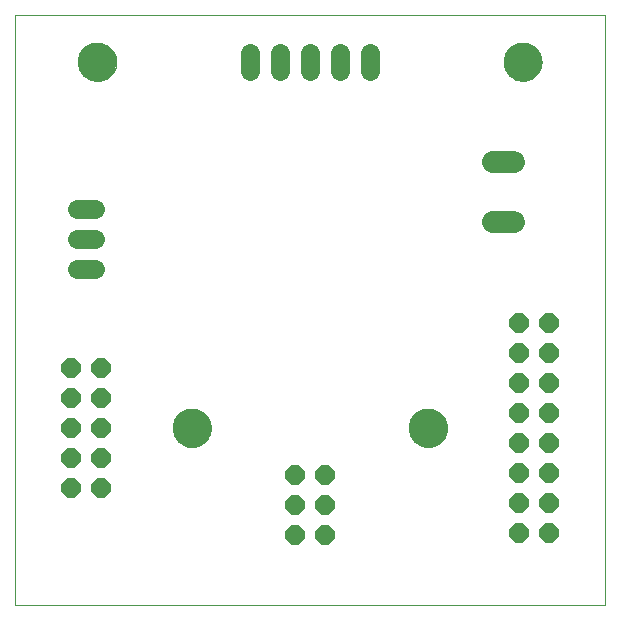
<source format=gbs>
G75*
G70*
%OFA0B0*%
%FSLAX24Y24*%
%IPPOS*%
%LPD*%
%AMOC8*
5,1,8,0,0,1.08239X$1,22.5*
%
%ADD10C,0.0000*%
%ADD11C,0.1300*%
%ADD12OC8,0.0640*%
%ADD13C,0.0640*%
%ADD14C,0.0745*%
D10*
X000574Y000574D02*
X020259Y000574D01*
X020259Y020259D01*
X000574Y020259D01*
X000574Y000574D01*
X005849Y006479D02*
X005851Y006529D01*
X005857Y006579D01*
X005867Y006628D01*
X005881Y006676D01*
X005898Y006723D01*
X005919Y006768D01*
X005944Y006812D01*
X005972Y006853D01*
X006004Y006892D01*
X006038Y006929D01*
X006075Y006963D01*
X006115Y006993D01*
X006157Y007020D01*
X006201Y007044D01*
X006247Y007065D01*
X006294Y007081D01*
X006342Y007094D01*
X006392Y007103D01*
X006441Y007108D01*
X006492Y007109D01*
X006542Y007106D01*
X006591Y007099D01*
X006640Y007088D01*
X006688Y007073D01*
X006734Y007055D01*
X006779Y007033D01*
X006822Y007007D01*
X006863Y006978D01*
X006902Y006946D01*
X006938Y006911D01*
X006970Y006873D01*
X007000Y006833D01*
X007027Y006790D01*
X007050Y006746D01*
X007069Y006700D01*
X007085Y006652D01*
X007097Y006603D01*
X007105Y006554D01*
X007109Y006504D01*
X007109Y006454D01*
X007105Y006404D01*
X007097Y006355D01*
X007085Y006306D01*
X007069Y006258D01*
X007050Y006212D01*
X007027Y006168D01*
X007000Y006125D01*
X006970Y006085D01*
X006938Y006047D01*
X006902Y006012D01*
X006863Y005980D01*
X006822Y005951D01*
X006779Y005925D01*
X006734Y005903D01*
X006688Y005885D01*
X006640Y005870D01*
X006591Y005859D01*
X006542Y005852D01*
X006492Y005849D01*
X006441Y005850D01*
X006392Y005855D01*
X006342Y005864D01*
X006294Y005877D01*
X006247Y005893D01*
X006201Y005914D01*
X006157Y005938D01*
X006115Y005965D01*
X006075Y005995D01*
X006038Y006029D01*
X006004Y006066D01*
X005972Y006105D01*
X005944Y006146D01*
X005919Y006190D01*
X005898Y006235D01*
X005881Y006282D01*
X005867Y006330D01*
X005857Y006379D01*
X005851Y006429D01*
X005849Y006479D01*
X013723Y006479D02*
X013725Y006529D01*
X013731Y006579D01*
X013741Y006628D01*
X013755Y006676D01*
X013772Y006723D01*
X013793Y006768D01*
X013818Y006812D01*
X013846Y006853D01*
X013878Y006892D01*
X013912Y006929D01*
X013949Y006963D01*
X013989Y006993D01*
X014031Y007020D01*
X014075Y007044D01*
X014121Y007065D01*
X014168Y007081D01*
X014216Y007094D01*
X014266Y007103D01*
X014315Y007108D01*
X014366Y007109D01*
X014416Y007106D01*
X014465Y007099D01*
X014514Y007088D01*
X014562Y007073D01*
X014608Y007055D01*
X014653Y007033D01*
X014696Y007007D01*
X014737Y006978D01*
X014776Y006946D01*
X014812Y006911D01*
X014844Y006873D01*
X014874Y006833D01*
X014901Y006790D01*
X014924Y006746D01*
X014943Y006700D01*
X014959Y006652D01*
X014971Y006603D01*
X014979Y006554D01*
X014983Y006504D01*
X014983Y006454D01*
X014979Y006404D01*
X014971Y006355D01*
X014959Y006306D01*
X014943Y006258D01*
X014924Y006212D01*
X014901Y006168D01*
X014874Y006125D01*
X014844Y006085D01*
X014812Y006047D01*
X014776Y006012D01*
X014737Y005980D01*
X014696Y005951D01*
X014653Y005925D01*
X014608Y005903D01*
X014562Y005885D01*
X014514Y005870D01*
X014465Y005859D01*
X014416Y005852D01*
X014366Y005849D01*
X014315Y005850D01*
X014266Y005855D01*
X014216Y005864D01*
X014168Y005877D01*
X014121Y005893D01*
X014075Y005914D01*
X014031Y005938D01*
X013989Y005965D01*
X013949Y005995D01*
X013912Y006029D01*
X013878Y006066D01*
X013846Y006105D01*
X013818Y006146D01*
X013793Y006190D01*
X013772Y006235D01*
X013755Y006282D01*
X013741Y006330D01*
X013731Y006379D01*
X013725Y006429D01*
X013723Y006479D01*
X016873Y018684D02*
X016875Y018734D01*
X016881Y018784D01*
X016891Y018833D01*
X016905Y018881D01*
X016922Y018928D01*
X016943Y018973D01*
X016968Y019017D01*
X016996Y019058D01*
X017028Y019097D01*
X017062Y019134D01*
X017099Y019168D01*
X017139Y019198D01*
X017181Y019225D01*
X017225Y019249D01*
X017271Y019270D01*
X017318Y019286D01*
X017366Y019299D01*
X017416Y019308D01*
X017465Y019313D01*
X017516Y019314D01*
X017566Y019311D01*
X017615Y019304D01*
X017664Y019293D01*
X017712Y019278D01*
X017758Y019260D01*
X017803Y019238D01*
X017846Y019212D01*
X017887Y019183D01*
X017926Y019151D01*
X017962Y019116D01*
X017994Y019078D01*
X018024Y019038D01*
X018051Y018995D01*
X018074Y018951D01*
X018093Y018905D01*
X018109Y018857D01*
X018121Y018808D01*
X018129Y018759D01*
X018133Y018709D01*
X018133Y018659D01*
X018129Y018609D01*
X018121Y018560D01*
X018109Y018511D01*
X018093Y018463D01*
X018074Y018417D01*
X018051Y018373D01*
X018024Y018330D01*
X017994Y018290D01*
X017962Y018252D01*
X017926Y018217D01*
X017887Y018185D01*
X017846Y018156D01*
X017803Y018130D01*
X017758Y018108D01*
X017712Y018090D01*
X017664Y018075D01*
X017615Y018064D01*
X017566Y018057D01*
X017516Y018054D01*
X017465Y018055D01*
X017416Y018060D01*
X017366Y018069D01*
X017318Y018082D01*
X017271Y018098D01*
X017225Y018119D01*
X017181Y018143D01*
X017139Y018170D01*
X017099Y018200D01*
X017062Y018234D01*
X017028Y018271D01*
X016996Y018310D01*
X016968Y018351D01*
X016943Y018395D01*
X016922Y018440D01*
X016905Y018487D01*
X016891Y018535D01*
X016881Y018584D01*
X016875Y018634D01*
X016873Y018684D01*
X002700Y018684D02*
X002702Y018734D01*
X002708Y018784D01*
X002718Y018833D01*
X002732Y018881D01*
X002749Y018928D01*
X002770Y018973D01*
X002795Y019017D01*
X002823Y019058D01*
X002855Y019097D01*
X002889Y019134D01*
X002926Y019168D01*
X002966Y019198D01*
X003008Y019225D01*
X003052Y019249D01*
X003098Y019270D01*
X003145Y019286D01*
X003193Y019299D01*
X003243Y019308D01*
X003292Y019313D01*
X003343Y019314D01*
X003393Y019311D01*
X003442Y019304D01*
X003491Y019293D01*
X003539Y019278D01*
X003585Y019260D01*
X003630Y019238D01*
X003673Y019212D01*
X003714Y019183D01*
X003753Y019151D01*
X003789Y019116D01*
X003821Y019078D01*
X003851Y019038D01*
X003878Y018995D01*
X003901Y018951D01*
X003920Y018905D01*
X003936Y018857D01*
X003948Y018808D01*
X003956Y018759D01*
X003960Y018709D01*
X003960Y018659D01*
X003956Y018609D01*
X003948Y018560D01*
X003936Y018511D01*
X003920Y018463D01*
X003901Y018417D01*
X003878Y018373D01*
X003851Y018330D01*
X003821Y018290D01*
X003789Y018252D01*
X003753Y018217D01*
X003714Y018185D01*
X003673Y018156D01*
X003630Y018130D01*
X003585Y018108D01*
X003539Y018090D01*
X003491Y018075D01*
X003442Y018064D01*
X003393Y018057D01*
X003343Y018054D01*
X003292Y018055D01*
X003243Y018060D01*
X003193Y018069D01*
X003145Y018082D01*
X003098Y018098D01*
X003052Y018119D01*
X003008Y018143D01*
X002966Y018170D01*
X002926Y018200D01*
X002889Y018234D01*
X002855Y018271D01*
X002823Y018310D01*
X002795Y018351D01*
X002770Y018395D01*
X002749Y018440D01*
X002732Y018487D01*
X002718Y018535D01*
X002708Y018584D01*
X002702Y018634D01*
X002700Y018684D01*
D11*
X003330Y018684D03*
X006479Y006479D03*
X014353Y006479D03*
X017503Y018684D03*
D12*
X017397Y009979D03*
X017397Y008979D03*
X018397Y008979D03*
X018397Y009979D03*
X018397Y007979D03*
X018397Y006979D03*
X018397Y005979D03*
X018397Y004979D03*
X018397Y003979D03*
X018397Y002979D03*
X017397Y002979D03*
X017397Y003979D03*
X017397Y004979D03*
X017397Y005979D03*
X017397Y006979D03*
X017397Y007979D03*
X010916Y004920D03*
X009916Y004920D03*
X009916Y003920D03*
X009916Y002920D03*
X010916Y002920D03*
X010916Y003920D03*
X003436Y004479D03*
X002436Y004479D03*
X002436Y005479D03*
X003436Y005479D03*
X003436Y006479D03*
X003436Y007479D03*
X002436Y007479D03*
X002436Y006479D03*
X002436Y008479D03*
X003436Y008479D03*
D13*
X003236Y011778D02*
X002636Y011778D01*
X002636Y012778D02*
X003236Y012778D01*
X003236Y013778D02*
X002636Y013778D01*
X008416Y018384D02*
X008416Y018984D01*
X009416Y018984D02*
X009416Y018384D01*
X010416Y018384D02*
X010416Y018984D01*
X011416Y018984D02*
X011416Y018384D01*
X012416Y018384D02*
X012416Y018984D01*
D14*
X016507Y015353D02*
X017212Y015353D01*
X017212Y013353D02*
X016507Y013353D01*
M02*

</source>
